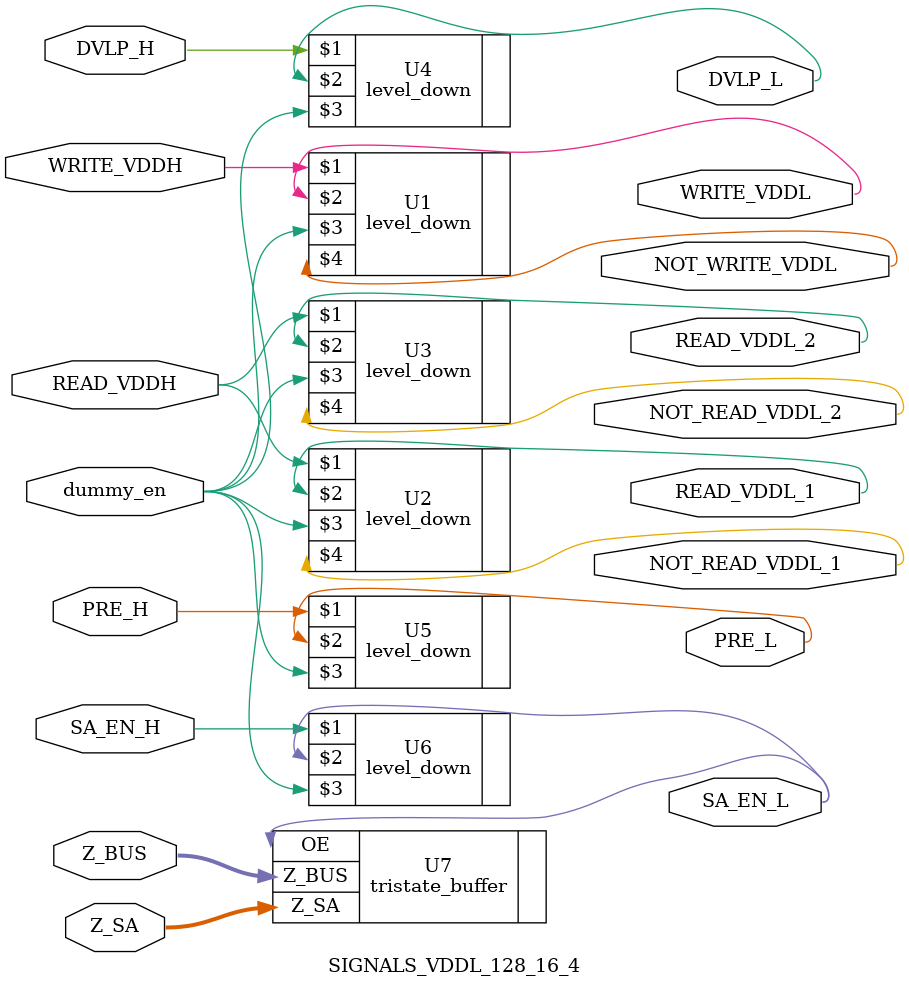
<source format=v>


`include "/ibe/users/da220/Cadence/WORK_TSMC180FORTE/DIGITAL/rtl/level_down/level_down.v"
`include "/ibe/users/da220/Cadence/WORK_TSMC180FORTE/DIGITAL/rtl/tristate_buffer/tristate_buffer.v"

// NAME MODIFIED //
module SIGNALS_VDDL_128_16_4(
// END MODIFY NAME //
WRITE_VDDH,
READ_VDDH,
DVLP_H,
PRE_H,
SA_EN_H,
dummy_en,
WRITE_VDDL,
NOT_WRITE_VDDL,
READ_VDDL_1,
NOT_READ_VDDL_1,
READ_VDDL_2,
NOT_READ_VDDL_2,
DVLP_L,
PRE_L,
Z_SA,
//Z_WR,
Z_BUS,
SA_EN_L,
);

// SKILL MODIFICATIONS //
parameter B_SIZE = 4;
// END OF SKILL MODIFICATION //

// Inputs
input	WRITE_VDDH;
input	READ_VDDH;
input	DVLP_H;
input	PRE_H;
input	SA_EN_H;
input	dummy_en;

// Input Ouput
inout	[B_SIZE-1:0] Z_SA;
//inout	[B_SIZE-1:0] Z_WR;
inout	[B_SIZE-1:0] Z_BUS;

// Outputs
output	WRITE_VDDL;
output	NOT_WRITE_VDDL;
output	READ_VDDL_1;
output	NOT_READ_VDDL_1;
output	READ_VDDL_2;
output	NOT_READ_VDDL_2;
output 	DVLP_L;
output	PRE_L;
output	SA_EN_L;

// Wires
wire	WRITE_VDDH;
wire	READ_VDDH;
wire	DVLP_H;
wire	PRE_H;
wire	SA_EN_H;
wire	dummy_en;
wire	WRITE_VDDL;
wire	NOT_WRITE_VDDL;
wire	READ_VDDL_1;
wire	NOT_READ_VDDL_1;
wire	READ_VDDL_2;
wire	NOT_READ_VDDL_2;
wire 	DVLP_L;
wire	PRE_L;
wire	SA_EN_L;
wire	[B_SIZE-1:0] Z_BUS;
wire	[B_SIZE-1:0] Z_SA;
//wire	[B_SIZE-1:0] Z_WR;



level_down U1(WRITE_VDDH, WRITE_VDDL, dummy_en, NOT_WRITE_VDDL);
level_down U2(READ_VDDH, READ_VDDL_1, dummy_en, NOT_READ_VDDL_1);
level_down U3(READ_VDDH, READ_VDDL_2, dummy_en, NOT_READ_VDDL_2);
level_down U4(DVLP_H, DVLP_L, dummy_en,);
level_down U5(PRE_H, PRE_L, dummy_en,);
level_down U6(SA_EN_H, SA_EN_L, dummy_en,);
tristate_buffer #(B_SIZE) U7(
.Z_SA	(Z_SA),
//.Z_WR	(Z_WR),
.Z_BUS	(Z_BUS),
.OE		(SA_EN_L)
);

endmodule
</source>
